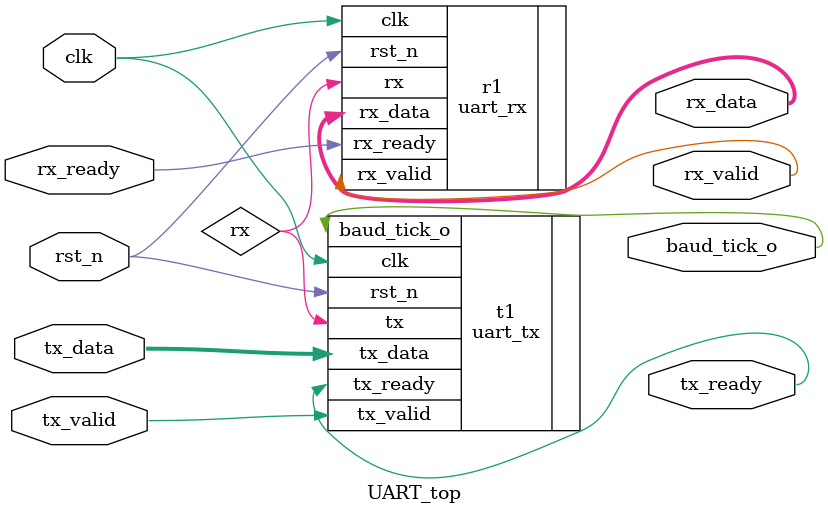
<source format=v>
module UART_top(

    input  wire        clk,
    input  wire        rst_n,
    
    // UART Interface
    

    // Transmit Interface
    input  wire [7:0]  tx_data,    // Data to transmit
    input  wire        tx_valid,   // Assert to send data
    output         tx_ready ,     // Active-low reset        
    output   [7:0]  rx_data,     // Received parallel data
    output          rx_valid,    // Data valid pulse
    input  wire        rx_ready ,
    output baud_tick_o
);


wire rx;

uart_tx t1(.clk(clk) , .rst_n(rst_n) , .tx(rx) , .tx_data(tx_data) , .tx_valid(tx_valid) , .tx_ready(tx_ready) , .baud_tick_o(baud_tick_o));

uart_rx r1(.clk(clk) , .rst_n(rst_n) , .rx(rx) , .rx_data(rx_data) , .rx_valid(rx_valid), .rx_ready(rx_ready));




endmodule
</source>
